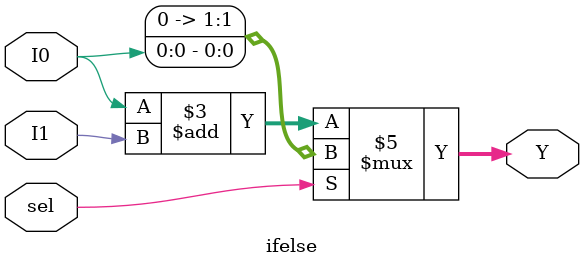
<source format=v>
module ifelse (
    input I0,
    input I1,
    input sel,
    output reg [1:0]Y
);
  always @(I0 or I1 or sel) begin
       if (sel == 1'b0)
          Y = I0 + I1; 
       else 
          Y = I0;
  end 
    endmodule

</source>
